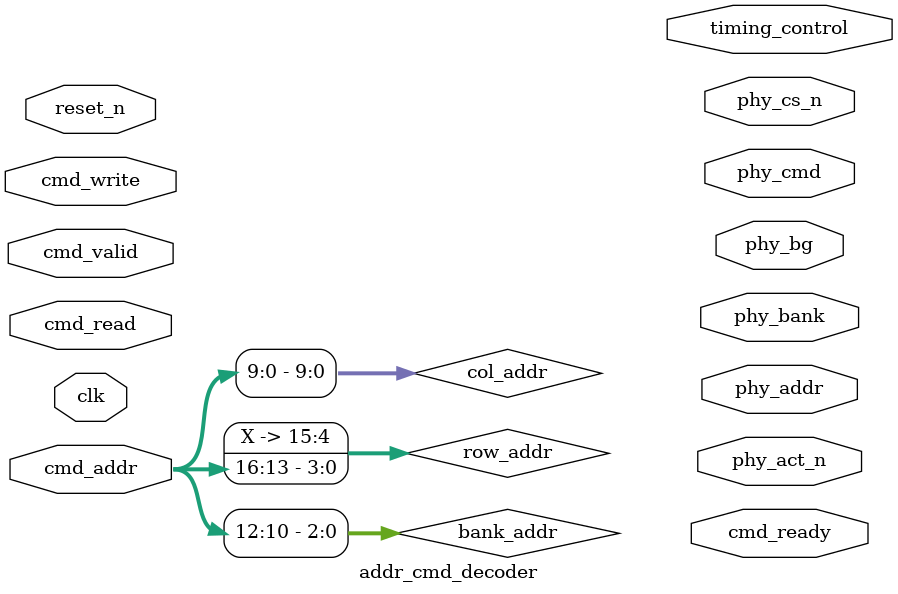
<source format=v>

module addr_cmd_decoder #(
    parameter ADDR_WIDTH = 17,
    parameter BANK_WIDTH = 3,
    parameter ROW_WIDTH = 16,
    parameter COL_WIDTH = 10
)(
    input wire clk,
    input wire reset_n,
    
    // Command Interface
    input wire [ADDR_WIDTH-1:0] cmd_addr,
    input wire cmd_valid,
    input wire cmd_write,
    input wire cmd_read,
    output wire cmd_ready,
    
    // PHY Command Interface
    output reg [2:0] phy_cmd,  // Encoded DDR4 command
    output reg [15:0] phy_addr,
    output reg [1:0] phy_bank,
    output reg phy_bg,
    output reg phy_act_n,
    output reg phy_cs_n,
    
    // Timing Control
    output wire [15:0] timing_control
);

    // DDR4 command encoding
    localparam CMD_MRS     = 3'b000;
    localparam CMD_REF     = 3'b001;
    localparam CMD_PRE     = 3'b010;
    localparam CMD_ACT     = 3'b011;
    localparam CMD_WR      = 3'b100;
    localparam CMD_RD      = 3'b101;
    localparam CMD_ZQ      = 3'b110;
    localparam CMD_NOP     = 3'b111;
    
    // Address decoding
    wire [BANK_WIDTH-1:0] bank_addr = cmd_addr[COL_WIDTH +: BANK_WIDTH];
    wire [ROW_WIDTH-1:0] row_addr = cmd_addr[COL_WIDTH + BANK_WIDTH +: ROW_WIDTH];
    wire [COL_WIDTH-1:0] col_addr = cmd_addr[0 +: COL_WIDTH];
    
    // Command generation FSM
    always @(posedge clk or negedge reset_n) begin
        if (!reset_n) begin
            // Reset logic
        end else begin
            // Command decoding logic
            // - Generate proper DDR4 commands
            // - Handle address multiplexing
            // - Manage bank groups
            // - Generate CS signals
        end
    end
    
endmodule

</source>
